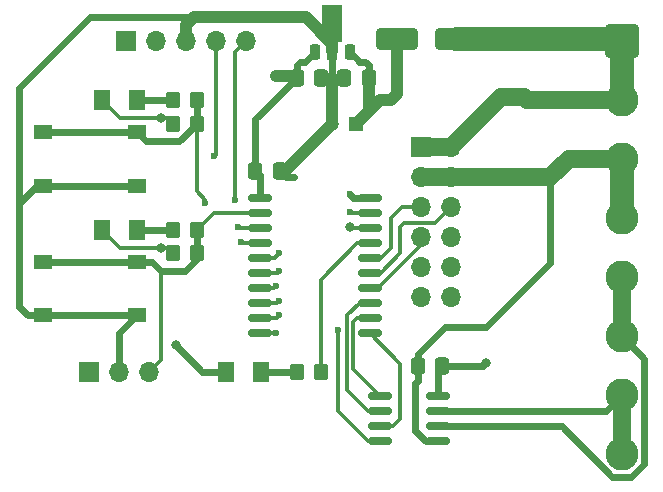
<source format=gbr>
%TF.GenerationSoftware,KiCad,Pcbnew,9.0.0*%
%TF.CreationDate,2025-03-23T15:00:11-07:00*%
%TF.ProjectId,SMRRC,534d5252-432e-46b6-9963-61645f706362,n/c*%
%TF.SameCoordinates,Original*%
%TF.FileFunction,Copper,L1,Top*%
%TF.FilePolarity,Positive*%
%FSLAX46Y46*%
G04 Gerber Fmt 4.6, Leading zero omitted, Abs format (unit mm)*
G04 Created by KiCad (PCBNEW 9.0.0) date 2025-03-23 15:00:11*
%MOMM*%
%LPD*%
G01*
G04 APERTURE LIST*
G04 Aperture macros list*
%AMRoundRect*
0 Rectangle with rounded corners*
0 $1 Rounding radius*
0 $2 $3 $4 $5 $6 $7 $8 $9 X,Y pos of 4 corners*
0 Add a 4 corners polygon primitive as box body*
4,1,4,$2,$3,$4,$5,$6,$7,$8,$9,$2,$3,0*
0 Add four circle primitives for the rounded corners*
1,1,$1+$1,$2,$3*
1,1,$1+$1,$4,$5*
1,1,$1+$1,$6,$7*
1,1,$1+$1,$8,$9*
0 Add four rect primitives between the rounded corners*
20,1,$1+$1,$2,$3,$4,$5,0*
20,1,$1+$1,$4,$5,$6,$7,0*
20,1,$1+$1,$6,$7,$8,$9,0*
20,1,$1+$1,$8,$9,$2,$3,0*%
%AMFreePoly0*
4,1,9,3.862500,-0.866500,0.737500,-0.866500,0.737500,-0.450000,-0.737500,-0.450000,-0.737500,0.450000,0.737500,0.450000,0.737500,0.866500,3.862500,0.866500,3.862500,-0.866500,3.862500,-0.866500,$1*%
G04 Aperture macros list end*
%TA.AperFunction,SMDPad,CuDef*%
%ADD10RoundRect,0.250000X-1.500000X-0.650000X1.500000X-0.650000X1.500000X0.650000X-1.500000X0.650000X0*%
%TD*%
%TA.AperFunction,SMDPad,CuDef*%
%ADD11RoundRect,0.225000X0.225000X-0.425000X0.225000X0.425000X-0.225000X0.425000X-0.225000X-0.425000X0*%
%TD*%
%TA.AperFunction,SMDPad,CuDef*%
%ADD12FreePoly0,90.000000*%
%TD*%
%TA.AperFunction,SMDPad,CuDef*%
%ADD13RoundRect,0.150000X-0.875000X-0.150000X0.875000X-0.150000X0.875000X0.150000X-0.875000X0.150000X0*%
%TD*%
%TA.AperFunction,SMDPad,CuDef*%
%ADD14RoundRect,0.150000X-0.825000X-0.150000X0.825000X-0.150000X0.825000X0.150000X-0.825000X0.150000X0*%
%TD*%
%TA.AperFunction,SMDPad,CuDef*%
%ADD15R,1.550000X1.300000*%
%TD*%
%TA.AperFunction,SMDPad,CuDef*%
%ADD16RoundRect,0.250000X-0.350000X-0.450000X0.350000X-0.450000X0.350000X0.450000X-0.350000X0.450000X0*%
%TD*%
%TA.AperFunction,ComponentPad*%
%ADD17R,1.700000X1.700000*%
%TD*%
%TA.AperFunction,ComponentPad*%
%ADD18O,1.700000X1.700000*%
%TD*%
%TA.AperFunction,ComponentPad*%
%ADD19RoundRect,0.250001X-1.149999X1.149999X-1.149999X-1.149999X1.149999X-1.149999X1.149999X1.149999X0*%
%TD*%
%TA.AperFunction,ComponentPad*%
%ADD20C,2.800000*%
%TD*%
%TA.AperFunction,SMDPad,CuDef*%
%ADD21RoundRect,0.250001X0.462499X0.624999X-0.462499X0.624999X-0.462499X-0.624999X0.462499X-0.624999X0*%
%TD*%
%TA.AperFunction,SMDPad,CuDef*%
%ADD22RoundRect,0.250000X-0.337500X-0.475000X0.337500X-0.475000X0.337500X0.475000X-0.337500X0.475000X0*%
%TD*%
%TA.AperFunction,ComponentPad*%
%ADD23R,1.200000X1.200000*%
%TD*%
%TA.AperFunction,ComponentPad*%
%ADD24C,1.200000*%
%TD*%
%TA.AperFunction,SMDPad,CuDef*%
%ADD25RoundRect,0.250000X0.337500X0.475000X-0.337500X0.475000X-0.337500X-0.475000X0.337500X-0.475000X0*%
%TD*%
%TA.AperFunction,ViaPad*%
%ADD26C,0.800000*%
%TD*%
%TA.AperFunction,ViaPad*%
%ADD27C,0.600000*%
%TD*%
%TA.AperFunction,Conductor*%
%ADD28C,0.600000*%
%TD*%
%TA.AperFunction,Conductor*%
%ADD29C,0.300000*%
%TD*%
%TA.AperFunction,Conductor*%
%ADD30C,1.000000*%
%TD*%
%TA.AperFunction,Conductor*%
%ADD31C,1.500000*%
%TD*%
%TA.AperFunction,Conductor*%
%ADD32C,2.000000*%
%TD*%
G04 APERTURE END LIST*
D10*
%TO.P,D4,1,K*%
%TO.N,Net-(D4-K)*%
X158000000Y-49862500D03*
%TO.P,D4,2,A*%
%TO.N,+12V*%
X163000000Y-49862500D03*
%TD*%
D11*
%TO.P,U3,1,OUT*%
%TO.N,+5V*%
X151000000Y-50950000D03*
D12*
%TO.P,U3,2,GND*%
%TO.N,GND*%
X152500000Y-50862500D03*
D11*
%TO.P,U3,3,IN*%
%TO.N,Net-(D4-K)*%
X154000000Y-50950000D03*
%TD*%
D13*
%TO.P,U2,1,VDD*%
%TO.N,+5V*%
X146350000Y-63285000D03*
%TO.P,U2,2,RA5*%
%TO.N,Net-(J3-Pin_3)*%
X146350000Y-64555000D03*
%TO.P,U2,3,RA4*%
%TO.N,Net-(J3-Pin_1)*%
X146350000Y-65825000D03*
%TO.P,U2,4,RA3/~{MCLR}/VPP*%
%TO.N,Net-(J2-Pin_1)*%
X146350000Y-67095000D03*
%TO.P,U2,5,RC5*%
%TO.N,Net-(J4-Pin_10)*%
X146350000Y-68365000D03*
%TO.P,U2,6,RC4*%
%TO.N,Net-(J4-Pin_9)*%
X146350000Y-69635000D03*
%TO.P,U2,7,RC3*%
%TO.N,Net-(J4-Pin_8)*%
X146350000Y-70905000D03*
%TO.P,U2,8,RC6*%
%TO.N,Net-(J4-Pin_11)*%
X146350000Y-72175000D03*
%TO.P,U2,9,RC7*%
%TO.N,Net-(J4-Pin_12)*%
X146350000Y-73445000D03*
%TO.P,U2,10,RB7*%
%TO.N,Net-(U1-DI)*%
X146350000Y-74715000D03*
%TO.P,U2,11,RB6*%
%TO.N,Net-(U1-DE)*%
X155650000Y-74715000D03*
%TO.P,U2,12,RB5*%
%TO.N,Net-(U1-RO)*%
X155650000Y-73445000D03*
%TO.P,U2,13,RB4*%
%TO.N,Net-(U1-~{RE})*%
X155650000Y-72175000D03*
%TO.P,U2,14,RC2*%
%TO.N,Net-(J4-Pin_7)*%
X155650000Y-70905000D03*
%TO.P,U2,15,RC1*%
%TO.N,Net-(J4-Pin_6)*%
X155650000Y-69635000D03*
%TO.P,U2,16,RC0*%
%TO.N,Net-(J4-Pin_5)*%
X155650000Y-68365000D03*
%TO.P,U2,17,RA2*%
%TO.N,Net-(U2-RA2)*%
X155650000Y-67095000D03*
%TO.P,U2,18,RA1/ICSPCLK*%
%TO.N,Net-(J2-Pin_5)*%
X155650000Y-65825000D03*
%TO.P,U2,19,RA0/ICSPDAT*%
%TO.N,Net-(J2-Pin_4)*%
X155650000Y-64555000D03*
%TO.P,U2,20,VSS*%
%TO.N,GND*%
X155650000Y-63285000D03*
%TD*%
D14*
%TO.P,U1,1,RO*%
%TO.N,Net-(U1-RO)*%
X156525000Y-80095000D03*
%TO.P,U1,2,~{RE}*%
%TO.N,Net-(U1-~{RE})*%
X156525000Y-81365000D03*
%TO.P,U1,3,DE*%
%TO.N,Net-(U1-DE)*%
X156525000Y-82635000D03*
%TO.P,U1,4,DI*%
%TO.N,Net-(U1-DI)*%
X156525000Y-83905000D03*
%TO.P,U1,5,GND*%
%TO.N,GND*%
X161475000Y-83905000D03*
%TO.P,U1,6,A*%
%TO.N,Net-(J1-Pin_5)*%
X161475000Y-82635000D03*
%TO.P,U1,7,B*%
%TO.N,Net-(J1-Pin_7)*%
X161475000Y-81365000D03*
%TO.P,U1,8,VCC*%
%TO.N,+5V*%
X161475000Y-80095000D03*
%TD*%
D15*
%TO.P,SW2,1,1*%
%TO.N,GND*%
X135980000Y-73250000D03*
X128020000Y-73250000D03*
%TO.P,SW2,2,2*%
%TO.N,Net-(J3-Pin_3)*%
X135980000Y-68750000D03*
X128020000Y-68750000D03*
%TD*%
%TO.P,SW1,1,1*%
%TO.N,GND*%
X135980000Y-62250000D03*
X128020000Y-62250000D03*
%TO.P,SW1,2,2*%
%TO.N,Net-(J3-Pin_1)*%
X135980000Y-57750000D03*
X128020000Y-57750000D03*
%TD*%
D16*
%TO.P,R5,1*%
%TO.N,+5V*%
X139000000Y-68000000D03*
%TO.P,R5,2*%
%TO.N,Net-(J3-Pin_3)*%
X141000000Y-68000000D03*
%TD*%
%TO.P,R4,1*%
%TO.N,+5V*%
X139000000Y-57000000D03*
%TO.P,R4,2*%
%TO.N,Net-(J3-Pin_1)*%
X141000000Y-57000000D03*
%TD*%
%TO.P,R3,1*%
%TO.N,Net-(D3-K)*%
X139000000Y-66000000D03*
%TO.P,R3,2*%
%TO.N,Net-(J3-Pin_3)*%
X141000000Y-66000000D03*
%TD*%
%TO.P,R2,1*%
%TO.N,Net-(D2-K)*%
X139000000Y-55000000D03*
%TO.P,R2,2*%
%TO.N,Net-(J3-Pin_1)*%
X141000000Y-55000000D03*
%TD*%
%TO.P,R1,1*%
%TO.N,Net-(D1-K)*%
X149512500Y-78000000D03*
%TO.P,R1,2*%
%TO.N,Net-(U2-RA2)*%
X151512500Y-78000000D03*
%TD*%
D17*
%TO.P,J4,1,Pin_1*%
%TO.N,+12V*%
X160000000Y-59000000D03*
D18*
%TO.P,J4,2,Pin_2*%
X162540000Y-59000000D03*
%TO.P,J4,3,Pin_3*%
%TO.N,GND*%
X160000000Y-61540000D03*
%TO.P,J4,4,Pin_4*%
X162540000Y-61540000D03*
%TO.P,J4,5,Pin_5*%
%TO.N,Net-(J4-Pin_5)*%
X160000000Y-64080000D03*
%TO.P,J4,6,Pin_6*%
%TO.N,Net-(J4-Pin_6)*%
X162540000Y-64080000D03*
%TO.P,J4,7,Pin_7*%
%TO.N,Net-(J4-Pin_7)*%
X160000000Y-66620000D03*
%TO.P,J4,8,Pin_8*%
%TO.N,Net-(J4-Pin_8)*%
X162540000Y-66620000D03*
%TO.P,J4,9,Pin_9*%
%TO.N,Net-(J4-Pin_9)*%
X160000000Y-69160000D03*
%TO.P,J4,10,Pin_10*%
%TO.N,Net-(J4-Pin_10)*%
X162540000Y-69160000D03*
%TO.P,J4,11,Pin_11*%
%TO.N,Net-(J4-Pin_11)*%
X160000000Y-71700000D03*
%TO.P,J4,12,Pin_12*%
%TO.N,Net-(J4-Pin_12)*%
X162540000Y-71700000D03*
%TD*%
D17*
%TO.P,J3,1,Pin_1*%
%TO.N,Net-(J3-Pin_1)*%
X131920000Y-78000000D03*
D18*
%TO.P,J3,2,Pin_2*%
%TO.N,GND*%
X134460000Y-78000000D03*
%TO.P,J3,3,Pin_3*%
%TO.N,Net-(J3-Pin_3)*%
X137000000Y-78000000D03*
%TD*%
D17*
%TO.P,J2,1,Pin_1*%
%TO.N,Net-(J2-Pin_1)*%
X135000000Y-50000000D03*
D18*
%TO.P,J2,2,Pin_2*%
%TO.N,+5V*%
X137540000Y-50000000D03*
%TO.P,J2,3,Pin_3*%
%TO.N,GND*%
X140080000Y-50000000D03*
%TO.P,J2,4,Pin_4*%
%TO.N,Net-(J2-Pin_4)*%
X142620000Y-50000000D03*
%TO.P,J2,5,Pin_5*%
%TO.N,Net-(J2-Pin_5)*%
X145160000Y-50000000D03*
%TD*%
D19*
%TO.P,J1,1,Pin_1*%
%TO.N,+12V*%
X177000000Y-50000000D03*
D20*
%TO.P,J1,2,Pin_2*%
X177000000Y-55000000D03*
%TO.P,J1,3,Pin_3*%
%TO.N,GND*%
X177000000Y-60000000D03*
%TO.P,J1,4,Pin_4*%
X177000000Y-65000000D03*
%TO.P,J1,5,Pin_5*%
%TO.N,Net-(J1-Pin_5)*%
X177000000Y-70000000D03*
%TO.P,J1,6,Pin_6*%
X177000000Y-75000000D03*
%TO.P,J1,7,Pin_7*%
%TO.N,Net-(J1-Pin_7)*%
X177000000Y-80000000D03*
%TO.P,J1,8,Pin_8*%
X177000000Y-85000000D03*
%TD*%
D21*
%TO.P,D3,1,K*%
%TO.N,Net-(D3-K)*%
X135975000Y-66000000D03*
%TO.P,D3,2,A*%
%TO.N,+5V*%
X133000000Y-66000000D03*
%TD*%
%TO.P,D2,1,K*%
%TO.N,Net-(D2-K)*%
X135975000Y-55000000D03*
%TO.P,D2,2,A*%
%TO.N,+5V*%
X133000000Y-55000000D03*
%TD*%
%TO.P,D1,1,K*%
%TO.N,Net-(D1-K)*%
X146487500Y-78000000D03*
%TO.P,D1,2,A*%
%TO.N,+5V*%
X143512500Y-78000000D03*
%TD*%
D22*
%TO.P,C5,1*%
%TO.N,+5V*%
X145962500Y-61000000D03*
%TO.P,C5,2*%
%TO.N,GND*%
X148037500Y-61000000D03*
%TD*%
D23*
%TO.P,C4,1*%
%TO.N,Net-(D4-K)*%
X154500000Y-57000000D03*
D24*
%TO.P,C4,2*%
%TO.N,GND*%
X152500000Y-57000000D03*
%TD*%
D25*
%TO.P,C3,1*%
%TO.N,Net-(D4-K)*%
X155575000Y-53112500D03*
%TO.P,C3,2*%
%TO.N,GND*%
X153500000Y-53112500D03*
%TD*%
D22*
%TO.P,C2,1*%
%TO.N,+5V*%
X149500000Y-53112500D03*
%TO.P,C2,2*%
%TO.N,GND*%
X151575000Y-53112500D03*
%TD*%
D25*
%TO.P,C1,1*%
%TO.N,+5V*%
X161787500Y-77500000D03*
%TO.P,C1,2*%
%TO.N,GND*%
X159712500Y-77500000D03*
%TD*%
D26*
%TO.N,+5V*%
X165500000Y-77250000D03*
X138000000Y-56500000D03*
X139250000Y-75750000D03*
X138000000Y-67500000D03*
D27*
X147750000Y-53000000D03*
D26*
%TO.N,Net-(J2-Pin_5)*%
X154000000Y-65750000D03*
D27*
X144250000Y-63500000D03*
%TO.N,Net-(J2-Pin_4)*%
X142500000Y-59750000D03*
X154000000Y-64500000D03*
%TO.N,Net-(J2-Pin_1)*%
X144750000Y-67000000D03*
%TO.N,GND*%
X149250000Y-61500000D03*
X154000000Y-63000000D03*
%TO.N,Net-(J3-Pin_1)*%
X133750000Y-57750000D03*
X141750000Y-63750000D03*
X144500000Y-65750000D03*
%TO.N,Net-(U1-DI)*%
X153000000Y-74500000D03*
X147750000Y-74750000D03*
%TO.N,Net-(J4-Pin_12)*%
X148000000Y-73250000D03*
%TO.N,Net-(J4-Pin_11)*%
X148000000Y-72000000D03*
%TO.N,Net-(J4-Pin_8)*%
X147750000Y-70750000D03*
%TO.N,Net-(J4-Pin_9)*%
X148000000Y-69500000D03*
%TO.N,Net-(J4-Pin_10)*%
X148000000Y-68000000D03*
%TD*%
D28*
%TO.N,+5V*%
X161787500Y-77500000D02*
X165250000Y-77500000D01*
X165250000Y-77500000D02*
X165500000Y-77250000D01*
%TO.N,GND*%
X126000000Y-63750000D02*
X126000000Y-54000000D01*
X126000000Y-54000000D02*
X132000000Y-48000000D01*
X132000000Y-48000000D02*
X140750000Y-48000000D01*
D29*
%TO.N,+5V*%
X134500000Y-56500000D02*
X138000000Y-56500000D01*
D28*
X143512500Y-78000000D02*
X141500000Y-78000000D01*
X141500000Y-78000000D02*
X139250000Y-75750000D01*
D29*
X134500000Y-67500000D02*
X138000000Y-67500000D01*
D30*
X149387500Y-53000000D02*
X149500000Y-53112500D01*
X147750000Y-53000000D02*
X149387500Y-53000000D01*
%TO.N,GND*%
X140080000Y-50000000D02*
X140080000Y-48670000D01*
X140080000Y-48670000D02*
X140750000Y-48000000D01*
X152500000Y-50250000D02*
X152500000Y-50862500D01*
X140750000Y-48000000D02*
X150250000Y-48000000D01*
X150250000Y-48000000D02*
X152500000Y-50250000D01*
D29*
%TO.N,Net-(J2-Pin_5)*%
X154075000Y-65825000D02*
X154000000Y-65750000D01*
X155650000Y-65825000D02*
X154075000Y-65825000D01*
X144250000Y-63500000D02*
X144250000Y-50910000D01*
X144250000Y-50910000D02*
X145160000Y-50000000D01*
%TO.N,Net-(J2-Pin_4)*%
X154055000Y-64555000D02*
X154000000Y-64500000D01*
X155650000Y-64555000D02*
X154055000Y-64555000D01*
X142500000Y-59750000D02*
X142620000Y-59630000D01*
X142620000Y-59630000D02*
X142620000Y-50000000D01*
%TO.N,Net-(J2-Pin_1)*%
X146350000Y-67095000D02*
X144845000Y-67095000D01*
X144845000Y-67095000D02*
X144750000Y-67000000D01*
D28*
%TO.N,GND*%
X149250000Y-61500000D02*
X148537500Y-61500000D01*
X148537500Y-61500000D02*
X148037500Y-61000000D01*
X155650000Y-63285000D02*
X154285000Y-63285000D01*
X154285000Y-63285000D02*
X154000000Y-63000000D01*
D30*
X148037500Y-61000000D02*
X148500000Y-61000000D01*
X148500000Y-61000000D02*
X152500000Y-57000000D01*
D28*
%TO.N,+5V*%
X145962500Y-61000000D02*
X145962500Y-56650000D01*
X145962500Y-56650000D02*
X149500000Y-53112500D01*
D29*
X133000000Y-66000000D02*
X134500000Y-67500000D01*
X138500000Y-67500000D02*
X139000000Y-68000000D01*
X138000000Y-67500000D02*
X138500000Y-67500000D01*
X133000000Y-55000000D02*
X134500000Y-56500000D01*
X138500000Y-56500000D02*
X139000000Y-57000000D01*
X138000000Y-56500000D02*
X138500000Y-56500000D01*
D28*
%TO.N,Net-(J3-Pin_1)*%
X135980000Y-57750000D02*
X133750000Y-57750000D01*
D29*
%TO.N,Net-(J3-Pin_3)*%
X137000000Y-78000000D02*
X138000000Y-77000000D01*
X138000000Y-77000000D02*
X138000000Y-69500000D01*
D28*
%TO.N,Net-(J3-Pin_1)*%
X135980000Y-57750000D02*
X136730000Y-58500000D01*
X136730000Y-58500000D02*
X139500000Y-58500000D01*
X139500000Y-58500000D02*
X141000000Y-57000000D01*
D29*
X146350000Y-65825000D02*
X144575000Y-65825000D01*
X144575000Y-65825000D02*
X144500000Y-65750000D01*
X141750000Y-63750000D02*
X141750000Y-63500000D01*
X141750000Y-63500000D02*
X141000000Y-62750000D01*
X141000000Y-62750000D02*
X141000000Y-57000000D01*
D28*
%TO.N,Net-(J3-Pin_3)*%
X141000000Y-68000000D02*
X141000000Y-68500000D01*
X141000000Y-68500000D02*
X140000000Y-69500000D01*
X140000000Y-69500000D02*
X138000000Y-69500000D01*
X138000000Y-69500000D02*
X137250000Y-68750000D01*
X137250000Y-68750000D02*
X135980000Y-68750000D01*
D29*
X146350000Y-64555000D02*
X142445000Y-64555000D01*
X142445000Y-64555000D02*
X141000000Y-66000000D01*
D28*
%TO.N,GND*%
X128020000Y-62250000D02*
X127500000Y-62250000D01*
X127500000Y-62250000D02*
X126000000Y-63750000D01*
X126000000Y-63750000D02*
X126000000Y-72500000D01*
X126750000Y-73250000D02*
X128020000Y-73250000D01*
X126000000Y-72500000D02*
X126750000Y-73250000D01*
X134460000Y-78000000D02*
X134460000Y-74770000D01*
X134460000Y-74770000D02*
X135980000Y-73250000D01*
%TO.N,Net-(D1-K)*%
X149512500Y-78000000D02*
X146487500Y-78000000D01*
%TO.N,GND*%
X159712500Y-77500000D02*
X159712500Y-76537500D01*
X159712500Y-76537500D02*
X162000000Y-74250000D01*
X162000000Y-74250000D02*
X165500000Y-74250000D01*
X165500000Y-74250000D02*
X170960000Y-68790000D01*
X170960000Y-68790000D02*
X170960000Y-61540000D01*
%TO.N,Net-(J1-Pin_5)*%
X161475000Y-82635000D02*
X171946580Y-82635000D01*
X171946580Y-82635000D02*
X176212580Y-86901000D01*
X178901000Y-85787420D02*
X178901000Y-76901000D01*
X176212580Y-86901000D02*
X177787420Y-86901000D01*
X177787420Y-86901000D02*
X178901000Y-85787420D01*
X178901000Y-76901000D02*
X177000000Y-75000000D01*
%TO.N,Net-(J1-Pin_7)*%
X161475000Y-81365000D02*
X175635000Y-81365000D01*
X175635000Y-81365000D02*
X177000000Y-80000000D01*
D31*
%TO.N,Net-(J1-Pin_5)*%
X177000000Y-75000000D02*
X177000000Y-70000000D01*
%TO.N,Net-(J1-Pin_7)*%
X177000000Y-85000000D02*
X177000000Y-80000000D01*
D28*
%TO.N,GND*%
X161475000Y-83905000D02*
X160405000Y-83905000D01*
X160405000Y-83905000D02*
X159500000Y-83000000D01*
X159500000Y-83000000D02*
X159500000Y-79000000D01*
X159500000Y-79000000D02*
X159712500Y-78787500D01*
X159712500Y-78787500D02*
X159712500Y-77500000D01*
%TO.N,+5V*%
X161475000Y-80095000D02*
X161475000Y-77812500D01*
X161475000Y-77812500D02*
X161787500Y-77500000D01*
D29*
%TO.N,Net-(U2-RA2)*%
X151512500Y-78000000D02*
X151512500Y-70207501D01*
X154625001Y-67095000D02*
X155650000Y-67095000D01*
X151512500Y-70207501D02*
X154625001Y-67095000D01*
%TO.N,Net-(U1-DI)*%
X146350000Y-74715000D02*
X147715000Y-74715000D01*
X147715000Y-74715000D02*
X147750000Y-74750000D01*
X156525000Y-83905000D02*
X155550001Y-83905000D01*
X153000000Y-81354999D02*
X153000000Y-74500000D01*
X155550001Y-83905000D02*
X153000000Y-81354999D01*
%TO.N,Net-(U1-~{RE})*%
X155650000Y-72175000D02*
X154825000Y-72175000D01*
X153750000Y-79564999D02*
X155550001Y-81365000D01*
X154825000Y-72175000D02*
X153750000Y-73250000D01*
X153750000Y-73250000D02*
X153750000Y-79564999D01*
X155550001Y-81365000D02*
X156525000Y-81365000D01*
%TO.N,Net-(U1-RO)*%
X155650000Y-73445000D02*
X154625001Y-73445000D01*
X154625001Y-73445000D02*
X154250000Y-73820001D01*
X154250000Y-73820001D02*
X154250000Y-77820000D01*
X154250000Y-77820000D02*
X156525000Y-80095000D01*
%TO.N,Net-(U1-DE)*%
X155650000Y-74715000D02*
X158250000Y-77315000D01*
X158250000Y-77315000D02*
X158250000Y-82000000D01*
X158250000Y-82000000D02*
X157615000Y-82635000D01*
X157615000Y-82635000D02*
X156525000Y-82635000D01*
%TO.N,Net-(J4-Pin_7)*%
X155650000Y-70905000D02*
X156345000Y-70905000D01*
X156345000Y-70905000D02*
X160000000Y-67250000D01*
X160000000Y-67250000D02*
X160000000Y-66620000D01*
%TO.N,Net-(J4-Pin_6)*%
X158250000Y-68000000D02*
X158250000Y-65750000D01*
X156615000Y-69635000D02*
X158250000Y-68000000D01*
X155650000Y-69635000D02*
X156615000Y-69635000D01*
X158250000Y-65750000D02*
X158581000Y-65419000D01*
X158581000Y-65419000D02*
X161201000Y-65419000D01*
X161201000Y-65419000D02*
X162540000Y-64080000D01*
%TO.N,Net-(J4-Pin_5)*%
X155650000Y-68365000D02*
X156635000Y-68365000D01*
X156635000Y-68365000D02*
X157500000Y-67500000D01*
X157500000Y-67500000D02*
X157500000Y-65000000D01*
X157500000Y-65000000D02*
X158420000Y-64080000D01*
X158420000Y-64080000D02*
X160000000Y-64080000D01*
D31*
%TO.N,GND*%
X162540000Y-61540000D02*
X170960000Y-61540000D01*
X170960000Y-61540000D02*
X172500000Y-60000000D01*
X172500000Y-60000000D02*
X177000000Y-60000000D01*
X160000000Y-61540000D02*
X162540000Y-61540000D01*
%TO.N,+12V*%
X162540000Y-59000000D02*
X166790000Y-54750000D01*
X169000000Y-55000000D02*
X177000000Y-55000000D01*
X166790000Y-54750000D02*
X168750000Y-54750000D01*
X168750000Y-54750000D02*
X169000000Y-55000000D01*
X160000000Y-59000000D02*
X162540000Y-59000000D01*
D32*
%TO.N,GND*%
X177000000Y-60000000D02*
X177000000Y-65000000D01*
%TO.N,+12V*%
X177000000Y-50000000D02*
X177000000Y-55000000D01*
X163000000Y-49862500D02*
X176862500Y-49862500D01*
X176862500Y-49862500D02*
X177000000Y-50000000D01*
D30*
%TO.N,Net-(D4-K)*%
X154500000Y-57000000D02*
X156500000Y-55000000D01*
X156500000Y-55000000D02*
X157500000Y-55000000D01*
X157500000Y-55000000D02*
X158000000Y-54500000D01*
X158000000Y-54500000D02*
X158000000Y-49862500D01*
%TO.N,GND*%
X152500000Y-57000000D02*
X152500000Y-53112500D01*
%TO.N,Net-(D4-K)*%
X154500000Y-57000000D02*
X155575000Y-55925000D01*
X155575000Y-55925000D02*
X155575000Y-53112500D01*
D28*
X154000000Y-50950000D02*
X154750000Y-51700000D01*
X154750000Y-51750000D02*
X155250000Y-51750000D01*
X155575000Y-52075000D02*
X155575000Y-53112500D01*
X154750000Y-51700000D02*
X154750000Y-51750000D01*
X155250000Y-51750000D02*
X155575000Y-52075000D01*
%TO.N,+5V*%
X151000000Y-50950000D02*
X150200000Y-51750000D01*
X149500000Y-52000000D02*
X149500000Y-53112500D01*
X150200000Y-51750000D02*
X149750000Y-51750000D01*
X149750000Y-51750000D02*
X149500000Y-52000000D01*
%TO.N,GND*%
X151575000Y-53112500D02*
X152500000Y-53112500D01*
X152500000Y-50862500D02*
X152500000Y-53112500D01*
X152500000Y-53112500D02*
X153500000Y-53112500D01*
%TO.N,+5V*%
X146350000Y-63285000D02*
X146350000Y-61387500D01*
X146350000Y-61387500D02*
X145962500Y-61000000D01*
D29*
%TO.N,Net-(J4-Pin_12)*%
X146350000Y-73445000D02*
X147805000Y-73445000D01*
X147805000Y-73445000D02*
X148000000Y-73250000D01*
%TO.N,Net-(J4-Pin_11)*%
X146350000Y-72175000D02*
X147825000Y-72175000D01*
X147825000Y-72175000D02*
X148000000Y-72000000D01*
%TO.N,Net-(J4-Pin_8)*%
X146350000Y-70905000D02*
X147595000Y-70905000D01*
X147595000Y-70905000D02*
X147750000Y-70750000D01*
%TO.N,Net-(J4-Pin_9)*%
X146350000Y-69635000D02*
X147865000Y-69635000D01*
X147865000Y-69635000D02*
X148000000Y-69500000D01*
%TO.N,Net-(J4-Pin_10)*%
X146350000Y-68365000D02*
X147635000Y-68365000D01*
X147635000Y-68365000D02*
X148000000Y-68000000D01*
D28*
%TO.N,GND*%
X128020000Y-73250000D02*
X135980000Y-73250000D01*
%TO.N,Net-(J3-Pin_3)*%
X135980000Y-68750000D02*
X128020000Y-68750000D01*
X141000000Y-66000000D02*
X141000000Y-68000000D01*
%TO.N,Net-(D3-K)*%
X135975000Y-66000000D02*
X139000000Y-66000000D01*
%TO.N,GND*%
X128020000Y-62250000D02*
X135980000Y-62250000D01*
%TO.N,Net-(J3-Pin_1)*%
X133750000Y-57750000D02*
X128020000Y-57750000D01*
X141000000Y-57000000D02*
X141000000Y-55000000D01*
%TO.N,Net-(D2-K)*%
X139000000Y-55000000D02*
X135975000Y-55000000D01*
%TD*%
M02*

</source>
